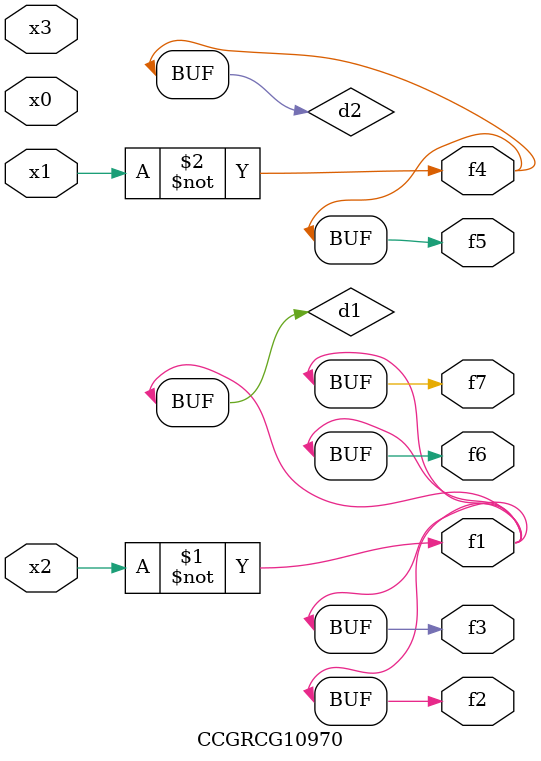
<source format=v>
module CCGRCG10970(
	input x0, x1, x2, x3,
	output f1, f2, f3, f4, f5, f6, f7
);

	wire d1, d2;

	xnor (d1, x2);
	not (d2, x1);
	assign f1 = d1;
	assign f2 = d1;
	assign f3 = d1;
	assign f4 = d2;
	assign f5 = d2;
	assign f6 = d1;
	assign f7 = d1;
endmodule

</source>
